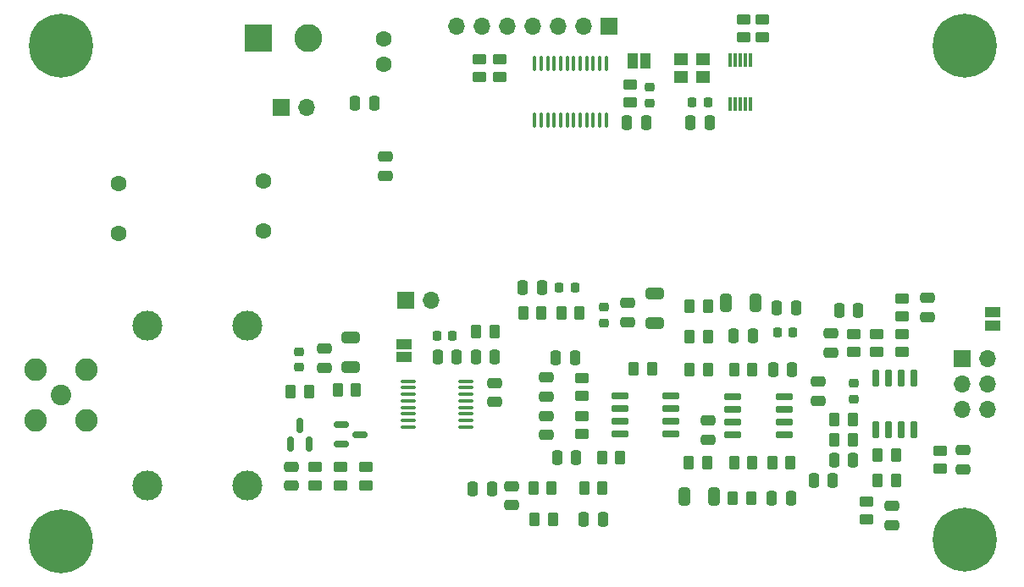
<source format=gbr>
%TF.GenerationSoftware,KiCad,Pcbnew,(6.0.9)*%
%TF.CreationDate,2023-05-20T11:21:48+02:00*%
%TF.ProjectId,sdrt41,73647274-3431-42e6-9b69-6361645f7063,rev?*%
%TF.SameCoordinates,Original*%
%TF.FileFunction,Soldermask,Top*%
%TF.FilePolarity,Negative*%
%FSLAX46Y46*%
G04 Gerber Fmt 4.6, Leading zero omitted, Abs format (unit mm)*
G04 Created by KiCad (PCBNEW (6.0.9)) date 2023-05-20 11:21:48*
%MOMM*%
%LPD*%
G01*
G04 APERTURE LIST*
G04 Aperture macros list*
%AMRoundRect*
0 Rectangle with rounded corners*
0 $1 Rounding radius*
0 $2 $3 $4 $5 $6 $7 $8 $9 X,Y pos of 4 corners*
0 Add a 4 corners polygon primitive as box body*
4,1,4,$2,$3,$4,$5,$6,$7,$8,$9,$2,$3,0*
0 Add four circle primitives for the rounded corners*
1,1,$1+$1,$2,$3*
1,1,$1+$1,$4,$5*
1,1,$1+$1,$6,$7*
1,1,$1+$1,$8,$9*
0 Add four rect primitives between the rounded corners*
20,1,$1+$1,$2,$3,$4,$5,0*
20,1,$1+$1,$4,$5,$6,$7,0*
20,1,$1+$1,$6,$7,$8,$9,0*
20,1,$1+$1,$8,$9,$2,$3,0*%
G04 Aperture macros list end*
%ADD10RoundRect,0.250000X-0.450000X0.262500X-0.450000X-0.262500X0.450000X-0.262500X0.450000X0.262500X0*%
%ADD11RoundRect,0.250000X-0.475000X0.250000X-0.475000X-0.250000X0.475000X-0.250000X0.475000X0.250000X0*%
%ADD12RoundRect,0.250000X0.475000X-0.250000X0.475000X0.250000X-0.475000X0.250000X-0.475000X-0.250000X0*%
%ADD13RoundRect,0.250000X-0.262500X-0.450000X0.262500X-0.450000X0.262500X0.450000X-0.262500X0.450000X0*%
%ADD14RoundRect,0.250000X0.325000X0.650000X-0.325000X0.650000X-0.325000X-0.650000X0.325000X-0.650000X0*%
%ADD15RoundRect,0.250000X0.262500X0.450000X-0.262500X0.450000X-0.262500X-0.450000X0.262500X-0.450000X0*%
%ADD16RoundRect,0.250000X-0.650000X0.325000X-0.650000X-0.325000X0.650000X-0.325000X0.650000X0.325000X0*%
%ADD17RoundRect,0.250000X-0.250000X-0.475000X0.250000X-0.475000X0.250000X0.475000X-0.250000X0.475000X0*%
%ADD18RoundRect,0.250000X0.250000X0.475000X-0.250000X0.475000X-0.250000X-0.475000X0.250000X-0.475000X0*%
%ADD19R,0.300000X1.400000*%
%ADD20RoundRect,0.150000X0.150000X-0.587500X0.150000X0.587500X-0.150000X0.587500X-0.150000X-0.587500X0*%
%ADD21C,0.800000*%
%ADD22C,6.400000*%
%ADD23RoundRect,0.218750X0.218750X0.256250X-0.218750X0.256250X-0.218750X-0.256250X0.218750X-0.256250X0*%
%ADD24R,1.500000X1.000000*%
%ADD25RoundRect,0.250000X0.450000X-0.262500X0.450000X0.262500X-0.450000X0.262500X-0.450000X-0.262500X0*%
%ADD26RoundRect,0.218750X-0.256250X0.218750X-0.256250X-0.218750X0.256250X-0.218750X0.256250X0.218750X0*%
%ADD27C,2.050000*%
%ADD28C,2.250000*%
%ADD29C,1.600000*%
%ADD30RoundRect,0.150000X0.150000X-0.725000X0.150000X0.725000X-0.150000X0.725000X-0.150000X-0.725000X0*%
%ADD31RoundRect,0.100000X-0.637500X-0.100000X0.637500X-0.100000X0.637500X0.100000X-0.637500X0.100000X0*%
%ADD32R,1.000000X1.500000*%
%ADD33R,1.700000X1.700000*%
%ADD34O,1.700000X1.700000*%
%ADD35R,2.800000X2.800000*%
%ADD36C,2.800000*%
%ADD37C,3.000000*%
%ADD38R,1.400000X1.200000*%
%ADD39RoundRect,0.250000X-0.325000X-0.650000X0.325000X-0.650000X0.325000X0.650000X-0.325000X0.650000X0*%
%ADD40RoundRect,0.150000X-0.725000X-0.150000X0.725000X-0.150000X0.725000X0.150000X-0.725000X0.150000X0*%
%ADD41RoundRect,0.218750X-0.218750X-0.256250X0.218750X-0.256250X0.218750X0.256250X-0.218750X0.256250X0*%
%ADD42RoundRect,0.150000X0.725000X0.150000X-0.725000X0.150000X-0.725000X-0.150000X0.725000X-0.150000X0*%
%ADD43RoundRect,0.100000X-0.100000X0.637500X-0.100000X-0.637500X0.100000X-0.637500X0.100000X0.637500X0*%
%ADD44RoundRect,0.150000X-0.587500X-0.150000X0.587500X-0.150000X0.587500X0.150000X-0.587500X0.150000X0*%
G04 APERTURE END LIST*
D10*
%TO.C,R18*%
X96520000Y-64850000D03*
X96520000Y-66675000D03*
%TD*%
%TO.C,R15*%
X98425000Y-64850000D03*
X98425000Y-66675000D03*
%TD*%
D11*
%TO.C,C37*%
X118491000Y-108016000D03*
X118491000Y-109916000D03*
%TD*%
D12*
%TO.C,C6*%
X51308000Y-111567000D03*
X51308000Y-109667000D03*
%TD*%
D13*
%TO.C,R19*%
X74525500Y-94234000D03*
X76350500Y-94234000D03*
%TD*%
D14*
%TO.C,C11*%
X97741000Y-93218000D03*
X94791000Y-93218000D03*
%TD*%
D15*
%TO.C,R38*%
X107465500Y-106934000D03*
X105640500Y-106934000D03*
%TD*%
D16*
%TO.C,C2*%
X57277000Y-96696000D03*
X57277000Y-99646000D03*
%TD*%
D13*
%TO.C,R4*%
X55983500Y-101981000D03*
X57808500Y-101981000D03*
%TD*%
D15*
%TO.C,R17*%
X77493500Y-114935000D03*
X75668500Y-114935000D03*
%TD*%
D17*
%TO.C,C10*%
X65979000Y-98679000D03*
X67879000Y-98679000D03*
%TD*%
D18*
%TO.C,C20*%
X101788000Y-93726000D03*
X99888000Y-93726000D03*
%TD*%
D17*
%TO.C,C29*%
X95570000Y-96520000D03*
X97470000Y-96520000D03*
%TD*%
D19*
%TO.C,U6*%
X97224289Y-68948887D03*
X96724289Y-68948887D03*
X96224289Y-68948887D03*
X95724289Y-68948887D03*
X95224289Y-68948887D03*
X95224289Y-73348887D03*
X95724289Y-73348887D03*
X96224289Y-73348887D03*
X96724289Y-73348887D03*
X97224289Y-73348887D03*
%TD*%
D20*
%TO.C,Q1*%
X51247000Y-107363500D03*
X53147000Y-107363500D03*
X52197000Y-105488500D03*
%TD*%
D21*
%TO.C,H1*%
X116920944Y-69197056D03*
X121018000Y-67500000D03*
X120315056Y-65802944D03*
X120315056Y-69197056D03*
D22*
X118618000Y-67500000D03*
D21*
X118618000Y-65100000D03*
X116920944Y-65802944D03*
X118618000Y-69900000D03*
X116218000Y-67500000D03*
%TD*%
D17*
%TO.C,C18*%
X91226497Y-75184000D03*
X93126497Y-75184000D03*
%TD*%
D23*
%TO.C,L6*%
X101498500Y-96215200D03*
X99923500Y-96215200D03*
%TD*%
D11*
%TO.C,C15*%
X71628000Y-101285000D03*
X71628000Y-103185000D03*
%TD*%
D24*
%TO.C,JP2*%
X62611000Y-97394000D03*
X62611000Y-98694000D03*
%TD*%
D18*
%TO.C,C21*%
X79690000Y-98740000D03*
X77790000Y-98740000D03*
%TD*%
D16*
%TO.C,C26*%
X87630000Y-92300000D03*
X87630000Y-95250000D03*
%TD*%
D18*
%TO.C,C7*%
X59624000Y-73279000D03*
X57724000Y-73279000D03*
%TD*%
D13*
%TO.C,R37*%
X105640500Y-104902000D03*
X107465500Y-104902000D03*
%TD*%
D15*
%TO.C,R22*%
X92884000Y-109220000D03*
X91059000Y-109220000D03*
%TD*%
D25*
%TO.C,R33*%
X108839000Y-114958500D03*
X108839000Y-113133500D03*
%TD*%
D15*
%TO.C,R25*%
X97432500Y-99949000D03*
X95607500Y-99949000D03*
%TD*%
D25*
%TO.C,R6*%
X70104000Y-70675880D03*
X70104000Y-68850880D03*
%TD*%
D17*
%TO.C,C23*%
X80584000Y-114935000D03*
X82484000Y-114935000D03*
%TD*%
D26*
%TO.C,L8*%
X107569000Y-101320500D03*
X107569000Y-102895500D03*
%TD*%
D15*
%TO.C,R13*%
X84224500Y-108712000D03*
X82399500Y-108712000D03*
%TD*%
D26*
%TO.C,L4*%
X82550000Y-93700500D03*
X82550000Y-95275500D03*
%TD*%
D23*
%TO.C,L7*%
X79682500Y-91700000D03*
X78107500Y-91700000D03*
%TD*%
D11*
%TO.C,C13*%
X76835000Y-104587000D03*
X76835000Y-106487000D03*
%TD*%
D25*
%TO.C,R11*%
X80391000Y-102573500D03*
X80391000Y-100748500D03*
%TD*%
D27*
%TO.C,J2*%
X28321000Y-102489000D03*
D28*
X30861000Y-105029000D03*
X30861000Y-99949000D03*
X25781000Y-105029000D03*
X25781000Y-99949000D03*
%TD*%
D12*
%TO.C,C38*%
X105283000Y-98232000D03*
X105283000Y-96332000D03*
%TD*%
D13*
%TO.C,R31*%
X99417500Y-109220000D03*
X101242500Y-109220000D03*
%TD*%
D17*
%TO.C,C33*%
X106111000Y-93980000D03*
X108011000Y-93980000D03*
%TD*%
D13*
%TO.C,R27*%
X91162500Y-96647000D03*
X92987500Y-96647000D03*
%TD*%
%TO.C,R32*%
X91162500Y-93599000D03*
X92987500Y-93599000D03*
%TD*%
%TO.C,R24*%
X95480500Y-112776000D03*
X97305500Y-112776000D03*
%TD*%
D17*
%TO.C,C17*%
X77917000Y-108773000D03*
X79817000Y-108773000D03*
%TD*%
D26*
%TO.C,L1*%
X52070000Y-98145500D03*
X52070000Y-99720500D03*
%TD*%
D12*
%TO.C,C22*%
X73380600Y-113522800D03*
X73380600Y-111622800D03*
%TD*%
D29*
%TO.C,C4*%
X60579000Y-69342000D03*
X60579000Y-66842000D03*
%TD*%
D21*
%TO.C,H4*%
X26623944Y-69197056D03*
X30018056Y-69197056D03*
X30018056Y-65802944D03*
X26623944Y-65802944D03*
X28321000Y-69900000D03*
X30721000Y-67500000D03*
X28321000Y-65100000D03*
X25921000Y-67500000D03*
D22*
X28321000Y-67500000D03*
%TD*%
D30*
%TO.C,U8*%
X109728000Y-105953000D03*
X110998000Y-105953000D03*
X112268000Y-105953000D03*
X113538000Y-105953000D03*
X113538000Y-100803000D03*
X112268000Y-100803000D03*
X110998000Y-100803000D03*
X109728000Y-100803000D03*
%TD*%
D25*
%TO.C,R36*%
X112395000Y-98194500D03*
X112395000Y-96369500D03*
%TD*%
D31*
%TO.C,U4*%
X63050500Y-101103000D03*
X63050500Y-101753000D03*
X63050500Y-102403000D03*
X63050500Y-103053000D03*
X63050500Y-103703000D03*
X63050500Y-104353000D03*
X63050500Y-105003000D03*
X63050500Y-105653000D03*
X68775500Y-105653000D03*
X68775500Y-105003000D03*
X68775500Y-104353000D03*
X68775500Y-103703000D03*
X68775500Y-103053000D03*
X68775500Y-102403000D03*
X68775500Y-101753000D03*
X68775500Y-101103000D03*
%TD*%
D26*
%TO.C,L2*%
X87122000Y-71653300D03*
X87122000Y-73228300D03*
%TD*%
D18*
%TO.C,C9*%
X86802000Y-75184000D03*
X84902000Y-75184000D03*
%TD*%
D10*
%TO.C,R42*%
X107569000Y-96369500D03*
X107569000Y-98194500D03*
%TD*%
D32*
%TO.C,JP1*%
X85456000Y-69037200D03*
X86756000Y-69037200D03*
%TD*%
D15*
%TO.C,R35*%
X111783500Y-110998000D03*
X109958500Y-110998000D03*
%TD*%
D29*
%TO.C,C1*%
X48514000Y-81066000D03*
X48514000Y-86066000D03*
%TD*%
D13*
%TO.C,R3*%
X51284500Y-102108000D03*
X53109500Y-102108000D03*
%TD*%
D33*
%TO.C,J5*%
X83058000Y-65532000D03*
D34*
X80518000Y-65532000D03*
X77978000Y-65532000D03*
X75438000Y-65532000D03*
X72898000Y-65532000D03*
X70358000Y-65532000D03*
X67818000Y-65532000D03*
%TD*%
D12*
%TO.C,C35*%
X111379000Y-115504000D03*
X111379000Y-113604000D03*
%TD*%
D11*
%TO.C,C34*%
X114935000Y-92776000D03*
X114935000Y-94676000D03*
%TD*%
D15*
%TO.C,R12*%
X77366500Y-111760000D03*
X75541500Y-111760000D03*
%TD*%
%TO.C,R28*%
X97432500Y-109220000D03*
X95607500Y-109220000D03*
%TD*%
D24*
%TO.C,JP3*%
X121412000Y-95519000D03*
X121412000Y-94219000D03*
%TD*%
D35*
%TO.C,J1*%
X48046000Y-66782000D03*
D36*
X53046000Y-66782000D03*
%TD*%
D25*
%TO.C,R5*%
X56261000Y-111529500D03*
X56261000Y-109704500D03*
%TD*%
D37*
%TO.C,T1*%
X36910000Y-95505000D03*
X36910000Y-111505000D03*
X46910000Y-95505000D03*
X46910000Y-111505000D03*
%TD*%
D29*
%TO.C,C3*%
X34036000Y-81269200D03*
X34036000Y-86269200D03*
%TD*%
D38*
%TO.C,Y1*%
X92498291Y-68901889D03*
X90298291Y-68901889D03*
X90298291Y-70601889D03*
X92498291Y-70601889D03*
%TD*%
D11*
%TO.C,C14*%
X76835000Y-100711000D03*
X76835000Y-102611000D03*
%TD*%
D17*
%TO.C,C31*%
X103571000Y-110998000D03*
X105471000Y-110998000D03*
%TD*%
D33*
%TO.C,J6*%
X118359000Y-98821000D03*
D34*
X120899000Y-98821000D03*
X118359000Y-101361000D03*
X120899000Y-101361000D03*
X118359000Y-103901000D03*
X120899000Y-103901000D03*
%TD*%
D39*
%TO.C,C25*%
X90600000Y-112649000D03*
X93550000Y-112649000D03*
%TD*%
D18*
%TO.C,C16*%
X71384200Y-111861600D03*
X69484200Y-111861600D03*
%TD*%
D40*
%TO.C,U7*%
X95469000Y-102616000D03*
X95469000Y-103886000D03*
X95469000Y-105156000D03*
X95469000Y-106426000D03*
X100619000Y-106426000D03*
X100619000Y-105156000D03*
X100619000Y-103886000D03*
X100619000Y-102616000D03*
%TD*%
D15*
%TO.C,R10*%
X71651500Y-96139000D03*
X69826500Y-96139000D03*
%TD*%
D11*
%TO.C,C12*%
X84963000Y-93284000D03*
X84963000Y-95184000D03*
%TD*%
D10*
%TO.C,R41*%
X116205000Y-108053500D03*
X116205000Y-109878500D03*
%TD*%
D25*
%TO.C,R9*%
X80391000Y-106383500D03*
X80391000Y-104558500D03*
%TD*%
D15*
%TO.C,R21*%
X92987500Y-99949000D03*
X91162500Y-99949000D03*
%TD*%
D41*
%TO.C,L3*%
X65887500Y-96520000D03*
X67462500Y-96520000D03*
%TD*%
D13*
%TO.C,R20*%
X78335500Y-94234000D03*
X80160500Y-94234000D03*
%TD*%
D12*
%TO.C,C8*%
X60706000Y-80513000D03*
X60706000Y-78613000D03*
%TD*%
D10*
%TO.C,R34*%
X112395000Y-92813500D03*
X112395000Y-94638500D03*
%TD*%
D11*
%TO.C,C32*%
X104013000Y-101158000D03*
X104013000Y-103058000D03*
%TD*%
D10*
%TO.C,R7*%
X85191600Y-71375900D03*
X85191600Y-73200900D03*
%TD*%
D13*
%TO.C,R14*%
X85574500Y-99822000D03*
X87399500Y-99822000D03*
%TD*%
D18*
%TO.C,C28*%
X101280000Y-112776000D03*
X99380000Y-112776000D03*
%TD*%
D42*
%TO.C,U5*%
X89316000Y-106360000D03*
X89316000Y-105090000D03*
X89316000Y-103820000D03*
X89316000Y-102550000D03*
X84166000Y-102550000D03*
X84166000Y-103820000D03*
X84166000Y-105090000D03*
X84166000Y-106360000D03*
%TD*%
D11*
%TO.C,C5*%
X54610000Y-97856000D03*
X54610000Y-99756000D03*
%TD*%
D10*
%TO.C,R1*%
X53721000Y-109704500D03*
X53721000Y-111529500D03*
%TD*%
D17*
%TO.C,C36*%
X105603000Y-108966000D03*
X107503000Y-108966000D03*
%TD*%
D43*
%TO.C,U3*%
X82823000Y-69273500D03*
X82173000Y-69273500D03*
X81523000Y-69273500D03*
X80873000Y-69273500D03*
X80223000Y-69273500D03*
X79573000Y-69273500D03*
X78923000Y-69273500D03*
X78273000Y-69273500D03*
X77623000Y-69273500D03*
X76973000Y-69273500D03*
X76323000Y-69273500D03*
X75673000Y-69273500D03*
X75673000Y-74998500D03*
X76323000Y-74998500D03*
X76973000Y-74998500D03*
X77623000Y-74998500D03*
X78273000Y-74998500D03*
X78923000Y-74998500D03*
X79573000Y-74998500D03*
X80223000Y-74998500D03*
X80873000Y-74998500D03*
X81523000Y-74998500D03*
X82173000Y-74998500D03*
X82823000Y-74998500D03*
%TD*%
D33*
%TO.C,J3*%
X50292000Y-73660000D03*
D34*
X52832000Y-73660000D03*
%TD*%
D33*
%TO.C,J4*%
X62733000Y-92964000D03*
D34*
X65273000Y-92964000D03*
%TD*%
D25*
%TO.C,R40*%
X109855000Y-98194500D03*
X109855000Y-96369500D03*
%TD*%
D13*
%TO.C,R39*%
X109958500Y-108458000D03*
X111783500Y-108458000D03*
%TD*%
D15*
%TO.C,R16*%
X82446500Y-111760000D03*
X80621500Y-111760000D03*
%TD*%
D25*
%TO.C,R2*%
X72136000Y-70675880D03*
X72136000Y-68850880D03*
%TD*%
D17*
%TO.C,C19*%
X69789000Y-98679000D03*
X71689000Y-98679000D03*
%TD*%
%TO.C,C24*%
X74488000Y-91694000D03*
X76388000Y-91694000D03*
%TD*%
D21*
%TO.C,H2*%
X118618000Y-114567000D03*
X118618000Y-119367000D03*
X116920944Y-118664056D03*
X121018000Y-116967000D03*
X116218000Y-116967000D03*
D22*
X118618000Y-116967000D03*
D21*
X116920944Y-115269944D03*
X120315056Y-115269944D03*
X120315056Y-118664056D03*
%TD*%
D25*
%TO.C,R8*%
X58801000Y-111529500D03*
X58801000Y-109704500D03*
%TD*%
D44*
%TO.C,Q2*%
X56339500Y-105476000D03*
X56339500Y-107376000D03*
X58214500Y-106426000D03*
%TD*%
D12*
%TO.C,C30*%
X92964000Y-106934000D03*
X92964000Y-105034000D03*
%TD*%
D21*
%TO.C,H3*%
X25921000Y-117094000D03*
X30721000Y-117094000D03*
X30018056Y-118791056D03*
X26623944Y-118791056D03*
X30018056Y-115396944D03*
X28321000Y-119494000D03*
X26623944Y-115396944D03*
D22*
X28321000Y-117094000D03*
D21*
X28321000Y-114694000D03*
%TD*%
D41*
%TO.C,L5*%
X91414500Y-73180891D03*
X92989500Y-73180891D03*
%TD*%
D18*
%TO.C,C27*%
X101407000Y-99949000D03*
X99507000Y-99949000D03*
%TD*%
M02*

</source>
